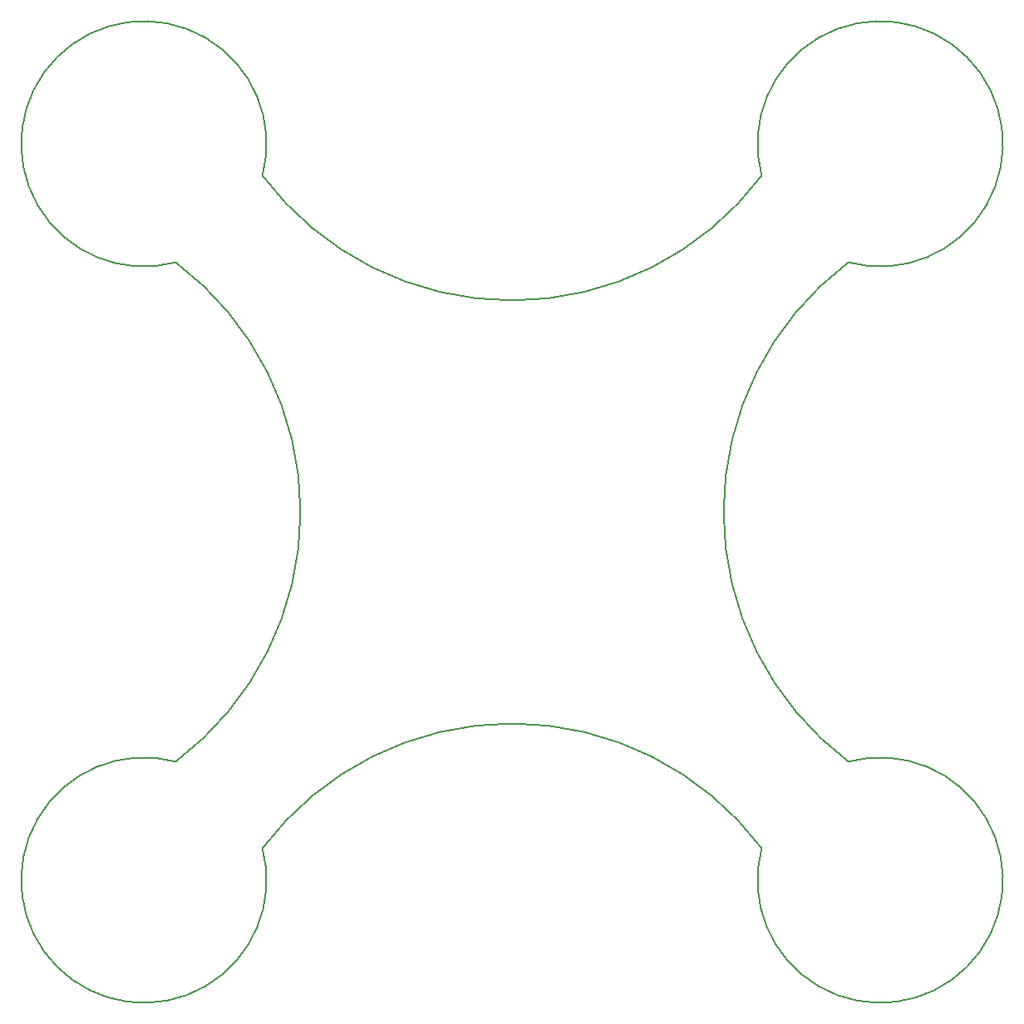
<source format=gbr>
%TF.GenerationSoftware,KiCad,Pcbnew,9.0.0*%
%TF.CreationDate,2025-07-07T00:26:13+07:00*%
%TF.ProjectId,MiniDrone_aDat,4d696e69-4472-46f6-9e65-5f614461742e,rev?*%
%TF.SameCoordinates,Original*%
%TF.FileFunction,Profile,NP*%
%FSLAX45Y45*%
G04 Gerber Fmt 4.5, Leading zero omitted, Abs format (unit mm)*
G04 Created by KiCad (PCBNEW 9.0.0) date 2025-07-07 00:26:13*
%MOMM*%
%LPD*%
G01*
G04 APERTURE LIST*
%TA.AperFunction,Profile*%
%ADD10C,0.200000*%
%TD*%
G04 APERTURE END LIST*
D10*
X13688654Y-12389593D02*
G75*
G02*
X12804771Y-13273477I323525J-1207407D01*
G01*
X12804771Y-6420523D02*
G75*
G02*
X13688654Y-7304407I1207408J323523D01*
G01*
X7719586Y-13273477D02*
G75*
G02*
X6835704Y-12389593I-1207408J-323523D01*
G01*
X6835704Y-7304407D02*
G75*
G02*
X7719586Y-6420523I-323525J1207407D01*
G01*
X6835704Y-7304407D02*
G75*
G02*
X6835704Y-12389593I-1906946J-2542593D01*
G01*
X13688654Y-12389593D02*
G75*
G02*
X13688654Y-7304407I1906930J2542593D01*
G01*
X7719586Y-13273477D02*
G75*
G02*
X12804771Y-13273477I2542592J-1906944D01*
G01*
X12804771Y-6420523D02*
G75*
G02*
X7719586Y-6420523I-2542593J1906944D01*
G01*
M02*

</source>
